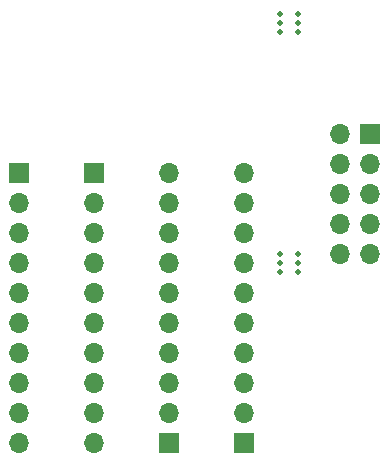
<source format=gbr>
%TF.GenerationSoftware,KiCad,Pcbnew,7.0.10*%
%TF.CreationDate,2024-02-11T00:06:51+01:00*%
%TF.ProjectId,ICOM-Internal-modules,49434f4d-2d49-46e7-9465-726e616c2d6d,rev?*%
%TF.SameCoordinates,Original*%
%TF.FileFunction,Soldermask,Bot*%
%TF.FilePolarity,Negative*%
%FSLAX46Y46*%
G04 Gerber Fmt 4.6, Leading zero omitted, Abs format (unit mm)*
G04 Created by KiCad (PCBNEW 7.0.10) date 2024-02-11 00:06:51*
%MOMM*%
%LPD*%
G01*
G04 APERTURE LIST*
%ADD10C,0.500000*%
%ADD11R,1.700000X1.700000*%
%ADD12O,1.700000X1.700000*%
G04 APERTURE END LIST*
D10*
%TO.C,mouse-bite-2mm-slot*%
X91948000Y-64250000D03*
X93448000Y-64250000D03*
X91948000Y-63500000D03*
X93448000Y-63500000D03*
X91948000Y-62750000D03*
X93448000Y-62750000D03*
%TD*%
%TO.C,mouse-bite-2mm-slot*%
X91960000Y-43930000D03*
X93460000Y-43930000D03*
X91960000Y-43180000D03*
X93460000Y-43180000D03*
X91960000Y-42430000D03*
X93460000Y-42430000D03*
%TD*%
D11*
%TO.C,J2*%
X69850000Y-55880000D03*
D12*
X69850000Y-58420000D03*
X69850000Y-60960000D03*
X69850000Y-63500000D03*
X69850000Y-66040000D03*
X69850000Y-68580000D03*
X69850000Y-71120000D03*
X69850000Y-73660000D03*
X69850000Y-76200000D03*
X69850000Y-78740000D03*
%TD*%
D11*
%TO.C,J4*%
X82550000Y-78740000D03*
D12*
X82550000Y-76200000D03*
X82550000Y-73660000D03*
X82550000Y-71120000D03*
X82550000Y-68580000D03*
X82550000Y-66040000D03*
X82550000Y-63500000D03*
X82550000Y-60960000D03*
X82550000Y-58420000D03*
X82550000Y-55880000D03*
%TD*%
D11*
%TO.C,J3*%
X76200000Y-55880000D03*
D12*
X76200000Y-58420000D03*
X76200000Y-60960000D03*
X76200000Y-63500000D03*
X76200000Y-66040000D03*
X76200000Y-68580000D03*
X76200000Y-71120000D03*
X76200000Y-73660000D03*
X76200000Y-76200000D03*
X76200000Y-78740000D03*
%TD*%
D11*
%TO.C,J7*%
X99568000Y-52557600D03*
D12*
X97028000Y-52557600D03*
X99568000Y-55097600D03*
X97028000Y-55097600D03*
X99568000Y-57637600D03*
X97028000Y-57637600D03*
X99568000Y-60177600D03*
X97028000Y-60177600D03*
X99568000Y-62717600D03*
X97028000Y-62717600D03*
%TD*%
D11*
%TO.C,J5*%
X88900000Y-78740000D03*
D12*
X88900000Y-76200000D03*
X88900000Y-73660000D03*
X88900000Y-71120000D03*
X88900000Y-68580000D03*
X88900000Y-66040000D03*
X88900000Y-63500000D03*
X88900000Y-60960000D03*
X88900000Y-58420000D03*
X88900000Y-55880000D03*
%TD*%
M02*

</source>
